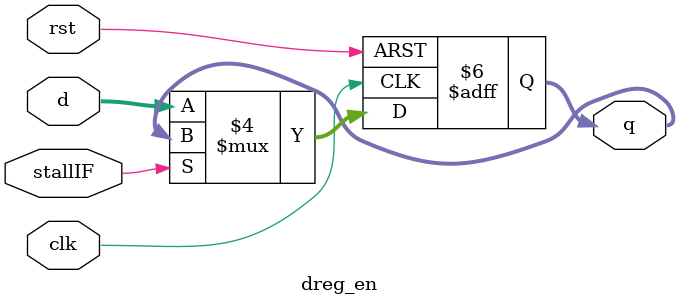
<source format=v>
module dreg_en # (parameter WIDTH = 32) (
        input  wire             clk,
        input  wire             rst,
        input  wire             stallIF,
        input  wire [WIDTH-1:0] d,
        output reg  [WIDTH-1:0] q
    );
    
    

    always @ (posedge clk, posedge rst) begin
        if (rst) q = 0;
        else if (stallIF == 0) begin
            q = d;
        end
    end
endmodule
</source>
